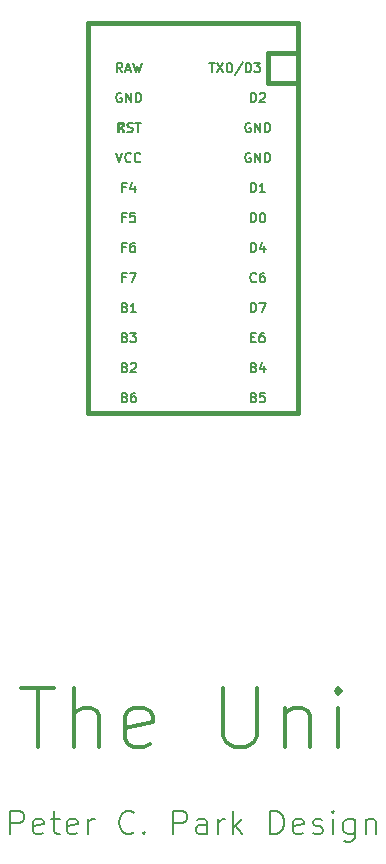
<source format=gto>
G04 #@! TF.GenerationSoftware,KiCad,Pcbnew,(5.1.9)-1*
G04 #@! TF.CreationDate,2021-01-23T16:01:33-08:00*
G04 #@! TF.ProjectId,unisplit_orthosteno,756e6973-706c-4697-945f-6f7274686f73,rev?*
G04 #@! TF.SameCoordinates,Original*
G04 #@! TF.FileFunction,Legend,Top*
G04 #@! TF.FilePolarity,Positive*
%FSLAX46Y46*%
G04 Gerber Fmt 4.6, Leading zero omitted, Abs format (unit mm)*
G04 Created by KiCad (PCBNEW (5.1.9)-1) date 2021-01-23 16:01:33*
%MOMM*%
%LPD*%
G01*
G04 APERTURE LIST*
%ADD10C,0.300000*%
%ADD11C,0.200000*%
%ADD12C,0.381000*%
%ADD13C,0.150000*%
%ADD14C,1.200000*%
%ADD15C,1.700000*%
%ADD16C,2.000000*%
%ADD17C,1.750000*%
%ADD18C,2.250000*%
%ADD19C,3.987800*%
%ADD20C,1.752600*%
%ADD21R,1.752600X1.752600*%
G04 APERTURE END LIST*
D10*
X127477976Y-116324404D02*
X130335119Y-116324404D01*
X128906547Y-121324404D02*
X128906547Y-116324404D01*
X132001785Y-121324404D02*
X132001785Y-116324404D01*
X134144642Y-121324404D02*
X134144642Y-118705357D01*
X133906547Y-118229166D01*
X133430357Y-117991071D01*
X132716071Y-117991071D01*
X132239880Y-118229166D01*
X132001785Y-118467261D01*
X138430357Y-121086309D02*
X137954166Y-121324404D01*
X137001785Y-121324404D01*
X136525595Y-121086309D01*
X136287500Y-120610119D01*
X136287500Y-118705357D01*
X136525595Y-118229166D01*
X137001785Y-117991071D01*
X137954166Y-117991071D01*
X138430357Y-118229166D01*
X138668452Y-118705357D01*
X138668452Y-119181547D01*
X136287500Y-119657738D01*
X144620833Y-116324404D02*
X144620833Y-120372023D01*
X144858928Y-120848214D01*
X145097023Y-121086309D01*
X145573214Y-121324404D01*
X146525595Y-121324404D01*
X147001785Y-121086309D01*
X147239880Y-120848214D01*
X147477976Y-120372023D01*
X147477976Y-116324404D01*
X149858928Y-117991071D02*
X149858928Y-121324404D01*
X149858928Y-118467261D02*
X150097023Y-118229166D01*
X150573214Y-117991071D01*
X151287500Y-117991071D01*
X151763690Y-118229166D01*
X152001785Y-118705357D01*
X152001785Y-121324404D01*
X154382738Y-121324404D02*
X154382738Y-117991071D01*
X154382738Y-116324404D02*
X154144642Y-116562500D01*
X154382738Y-116800595D01*
X154620833Y-116562500D01*
X154382738Y-116324404D01*
X154382738Y-116800595D01*
D11*
X126605059Y-128698511D02*
X126605059Y-126698511D01*
X127366964Y-126698511D01*
X127557440Y-126793750D01*
X127652678Y-126888988D01*
X127747916Y-127079464D01*
X127747916Y-127365178D01*
X127652678Y-127555654D01*
X127557440Y-127650892D01*
X127366964Y-127746130D01*
X126605059Y-127746130D01*
X129366964Y-128603273D02*
X129176488Y-128698511D01*
X128795535Y-128698511D01*
X128605059Y-128603273D01*
X128509821Y-128412797D01*
X128509821Y-127650892D01*
X128605059Y-127460416D01*
X128795535Y-127365178D01*
X129176488Y-127365178D01*
X129366964Y-127460416D01*
X129462202Y-127650892D01*
X129462202Y-127841369D01*
X128509821Y-128031845D01*
X130033630Y-127365178D02*
X130795535Y-127365178D01*
X130319345Y-126698511D02*
X130319345Y-128412797D01*
X130414583Y-128603273D01*
X130605059Y-128698511D01*
X130795535Y-128698511D01*
X132224107Y-128603273D02*
X132033630Y-128698511D01*
X131652678Y-128698511D01*
X131462202Y-128603273D01*
X131366964Y-128412797D01*
X131366964Y-127650892D01*
X131462202Y-127460416D01*
X131652678Y-127365178D01*
X132033630Y-127365178D01*
X132224107Y-127460416D01*
X132319345Y-127650892D01*
X132319345Y-127841369D01*
X131366964Y-128031845D01*
X133176488Y-128698511D02*
X133176488Y-127365178D01*
X133176488Y-127746130D02*
X133271726Y-127555654D01*
X133366964Y-127460416D01*
X133557440Y-127365178D01*
X133747916Y-127365178D01*
X137081250Y-128508035D02*
X136986011Y-128603273D01*
X136700297Y-128698511D01*
X136509821Y-128698511D01*
X136224107Y-128603273D01*
X136033630Y-128412797D01*
X135938392Y-128222321D01*
X135843154Y-127841369D01*
X135843154Y-127555654D01*
X135938392Y-127174702D01*
X136033630Y-126984226D01*
X136224107Y-126793750D01*
X136509821Y-126698511D01*
X136700297Y-126698511D01*
X136986011Y-126793750D01*
X137081250Y-126888988D01*
X137938392Y-128508035D02*
X138033630Y-128603273D01*
X137938392Y-128698511D01*
X137843154Y-128603273D01*
X137938392Y-128508035D01*
X137938392Y-128698511D01*
X140414583Y-128698511D02*
X140414583Y-126698511D01*
X141176488Y-126698511D01*
X141366964Y-126793750D01*
X141462202Y-126888988D01*
X141557440Y-127079464D01*
X141557440Y-127365178D01*
X141462202Y-127555654D01*
X141366964Y-127650892D01*
X141176488Y-127746130D01*
X140414583Y-127746130D01*
X143271726Y-128698511D02*
X143271726Y-127650892D01*
X143176488Y-127460416D01*
X142986011Y-127365178D01*
X142605059Y-127365178D01*
X142414583Y-127460416D01*
X143271726Y-128603273D02*
X143081250Y-128698511D01*
X142605059Y-128698511D01*
X142414583Y-128603273D01*
X142319345Y-128412797D01*
X142319345Y-128222321D01*
X142414583Y-128031845D01*
X142605059Y-127936607D01*
X143081250Y-127936607D01*
X143271726Y-127841369D01*
X144224107Y-128698511D02*
X144224107Y-127365178D01*
X144224107Y-127746130D02*
X144319345Y-127555654D01*
X144414583Y-127460416D01*
X144605059Y-127365178D01*
X144795535Y-127365178D01*
X145462202Y-128698511D02*
X145462202Y-126698511D01*
X145652678Y-127936607D02*
X146224107Y-128698511D01*
X146224107Y-127365178D02*
X145462202Y-128127083D01*
X148605059Y-128698511D02*
X148605059Y-126698511D01*
X149081250Y-126698511D01*
X149366964Y-126793750D01*
X149557440Y-126984226D01*
X149652678Y-127174702D01*
X149747916Y-127555654D01*
X149747916Y-127841369D01*
X149652678Y-128222321D01*
X149557440Y-128412797D01*
X149366964Y-128603273D01*
X149081250Y-128698511D01*
X148605059Y-128698511D01*
X151366964Y-128603273D02*
X151176488Y-128698511D01*
X150795535Y-128698511D01*
X150605059Y-128603273D01*
X150509821Y-128412797D01*
X150509821Y-127650892D01*
X150605059Y-127460416D01*
X150795535Y-127365178D01*
X151176488Y-127365178D01*
X151366964Y-127460416D01*
X151462202Y-127650892D01*
X151462202Y-127841369D01*
X150509821Y-128031845D01*
X152224107Y-128603273D02*
X152414583Y-128698511D01*
X152795535Y-128698511D01*
X152986011Y-128603273D01*
X153081250Y-128412797D01*
X153081250Y-128317559D01*
X152986011Y-128127083D01*
X152795535Y-128031845D01*
X152509821Y-128031845D01*
X152319345Y-127936607D01*
X152224107Y-127746130D01*
X152224107Y-127650892D01*
X152319345Y-127460416D01*
X152509821Y-127365178D01*
X152795535Y-127365178D01*
X152986011Y-127460416D01*
X153938392Y-128698511D02*
X153938392Y-127365178D01*
X153938392Y-126698511D02*
X153843154Y-126793750D01*
X153938392Y-126888988D01*
X154033630Y-126793750D01*
X153938392Y-126698511D01*
X153938392Y-126888988D01*
X155747916Y-127365178D02*
X155747916Y-128984226D01*
X155652678Y-129174702D01*
X155557440Y-129269940D01*
X155366964Y-129365178D01*
X155081250Y-129365178D01*
X154890773Y-129269940D01*
X155747916Y-128603273D02*
X155557440Y-128698511D01*
X155176488Y-128698511D01*
X154986011Y-128603273D01*
X154890773Y-128508035D01*
X154795535Y-128317559D01*
X154795535Y-127746130D01*
X154890773Y-127555654D01*
X154986011Y-127460416D01*
X155176488Y-127365178D01*
X155557440Y-127365178D01*
X155747916Y-127460416D01*
X156700297Y-127365178D02*
X156700297Y-128698511D01*
X156700297Y-127555654D02*
X156795535Y-127460416D01*
X156986011Y-127365178D01*
X157271726Y-127365178D01*
X157462202Y-127460416D01*
X157557440Y-127650892D01*
X157557440Y-128698511D01*
D12*
X148431250Y-65087500D02*
X150971250Y-65087500D01*
X148431250Y-62547500D02*
X148431250Y-65087500D01*
D13*
G36*
X136036615Y-68836530D02*
G01*
X136036615Y-68936530D01*
X135936615Y-68936530D01*
X135936615Y-68836530D01*
X136036615Y-68836530D01*
G37*
X136036615Y-68836530D02*
X136036615Y-68936530D01*
X135936615Y-68936530D01*
X135936615Y-68836530D01*
X136036615Y-68836530D01*
G36*
X135836615Y-68436530D02*
G01*
X135836615Y-69236530D01*
X135736615Y-69236530D01*
X135736615Y-68436530D01*
X135836615Y-68436530D01*
G37*
X135836615Y-68436530D02*
X135836615Y-69236530D01*
X135736615Y-69236530D01*
X135736615Y-68436530D01*
X135836615Y-68436530D01*
G36*
X136236615Y-69036530D02*
G01*
X136236615Y-69236530D01*
X136136615Y-69236530D01*
X136136615Y-69036530D01*
X136236615Y-69036530D01*
G37*
X136236615Y-69036530D02*
X136236615Y-69236530D01*
X136136615Y-69236530D01*
X136136615Y-69036530D01*
X136236615Y-69036530D01*
G36*
X136236615Y-68436530D02*
G01*
X136236615Y-68736530D01*
X136136615Y-68736530D01*
X136136615Y-68436530D01*
X136236615Y-68436530D01*
G37*
X136236615Y-68436530D02*
X136236615Y-68736530D01*
X136136615Y-68736530D01*
X136136615Y-68436530D01*
X136236615Y-68436530D01*
G36*
X136236615Y-68436530D02*
G01*
X136236615Y-68536530D01*
X135736615Y-68536530D01*
X135736615Y-68436530D01*
X136236615Y-68436530D01*
G37*
X136236615Y-68436530D02*
X136236615Y-68536530D01*
X135736615Y-68536530D01*
X135736615Y-68436530D01*
X136236615Y-68436530D01*
D12*
X133191250Y-93027500D02*
X133191250Y-60007500D01*
X150971250Y-93027500D02*
X133191250Y-93027500D01*
X150971250Y-60007500D02*
X150971250Y-93027500D01*
X133191250Y-60007500D02*
X150971250Y-60007500D01*
X148431250Y-62547500D02*
X150971250Y-62547500D01*
D13*
X136507916Y-69201309D02*
X136622202Y-69239404D01*
X136812678Y-69239404D01*
X136888869Y-69201309D01*
X136926964Y-69163214D01*
X136965059Y-69087023D01*
X136965059Y-69010833D01*
X136926964Y-68934642D01*
X136888869Y-68896547D01*
X136812678Y-68858452D01*
X136660297Y-68820357D01*
X136584107Y-68782261D01*
X136546011Y-68744166D01*
X136507916Y-68667976D01*
X136507916Y-68591785D01*
X136546011Y-68515595D01*
X136584107Y-68477500D01*
X136660297Y-68439404D01*
X136850773Y-68439404D01*
X136965059Y-68477500D01*
X137193630Y-68439404D02*
X137650773Y-68439404D01*
X137422202Y-69239404D02*
X137422202Y-68439404D01*
X143462645Y-63379404D02*
X143919788Y-63379404D01*
X143691217Y-64179404D02*
X143691217Y-63379404D01*
X144110264Y-63379404D02*
X144643598Y-64179404D01*
X144643598Y-63379404D02*
X144110264Y-64179404D01*
X145100741Y-63379404D02*
X145176931Y-63379404D01*
X145253122Y-63417500D01*
X145291217Y-63455595D01*
X145329312Y-63531785D01*
X145367407Y-63684166D01*
X145367407Y-63874642D01*
X145329312Y-64027023D01*
X145291217Y-64103214D01*
X145253122Y-64141309D01*
X145176931Y-64179404D01*
X145100741Y-64179404D01*
X145024550Y-64141309D01*
X144986455Y-64103214D01*
X144948360Y-64027023D01*
X144910264Y-63874642D01*
X144910264Y-63684166D01*
X144948360Y-63531785D01*
X144986455Y-63455595D01*
X145024550Y-63417500D01*
X145100741Y-63379404D01*
X146281693Y-63341309D02*
X145595979Y-64369880D01*
X146548360Y-64179404D02*
X146548360Y-63379404D01*
X146738836Y-63379404D01*
X146853122Y-63417500D01*
X146929312Y-63493690D01*
X146967407Y-63569880D01*
X147005502Y-63722261D01*
X147005502Y-63836547D01*
X146967407Y-63988928D01*
X146929312Y-64065119D01*
X146853122Y-64141309D01*
X146738836Y-64179404D01*
X146548360Y-64179404D01*
X147272169Y-63379404D02*
X147767407Y-63379404D01*
X147500741Y-63684166D01*
X147615026Y-63684166D01*
X147691217Y-63722261D01*
X147729312Y-63760357D01*
X147767407Y-63836547D01*
X147767407Y-64027023D01*
X147729312Y-64103214D01*
X147691217Y-64141309D01*
X147615026Y-64179404D01*
X147386455Y-64179404D01*
X147310264Y-64141309D01*
X147272169Y-64103214D01*
X136296440Y-89160357D02*
X136410726Y-89198452D01*
X136448821Y-89236547D01*
X136486916Y-89312738D01*
X136486916Y-89427023D01*
X136448821Y-89503214D01*
X136410726Y-89541309D01*
X136334535Y-89579404D01*
X136029773Y-89579404D01*
X136029773Y-88779404D01*
X136296440Y-88779404D01*
X136372630Y-88817500D01*
X136410726Y-88855595D01*
X136448821Y-88931785D01*
X136448821Y-89007976D01*
X136410726Y-89084166D01*
X136372630Y-89122261D01*
X136296440Y-89160357D01*
X136029773Y-89160357D01*
X136791678Y-88855595D02*
X136829773Y-88817500D01*
X136905964Y-88779404D01*
X137096440Y-88779404D01*
X137172630Y-88817500D01*
X137210726Y-88855595D01*
X137248821Y-88931785D01*
X137248821Y-89007976D01*
X137210726Y-89122261D01*
X136753583Y-89579404D01*
X137248821Y-89579404D01*
X136353583Y-81540357D02*
X136086916Y-81540357D01*
X136086916Y-81959404D02*
X136086916Y-81159404D01*
X136467869Y-81159404D01*
X136696440Y-81159404D02*
X137229773Y-81159404D01*
X136886916Y-81959404D01*
X136353583Y-79000357D02*
X136086916Y-79000357D01*
X136086916Y-79419404D02*
X136086916Y-78619404D01*
X136467869Y-78619404D01*
X137115488Y-78619404D02*
X136963107Y-78619404D01*
X136886916Y-78657500D01*
X136848821Y-78695595D01*
X136772630Y-78809880D01*
X136734535Y-78962261D01*
X136734535Y-79267023D01*
X136772630Y-79343214D01*
X136810726Y-79381309D01*
X136886916Y-79419404D01*
X137039297Y-79419404D01*
X137115488Y-79381309D01*
X137153583Y-79343214D01*
X137191678Y-79267023D01*
X137191678Y-79076547D01*
X137153583Y-79000357D01*
X137115488Y-78962261D01*
X137039297Y-78924166D01*
X136886916Y-78924166D01*
X136810726Y-78962261D01*
X136772630Y-79000357D01*
X136734535Y-79076547D01*
X136353583Y-76460357D02*
X136086916Y-76460357D01*
X136086916Y-76879404D02*
X136086916Y-76079404D01*
X136467869Y-76079404D01*
X137153583Y-76079404D02*
X136772630Y-76079404D01*
X136734535Y-76460357D01*
X136772630Y-76422261D01*
X136848821Y-76384166D01*
X137039297Y-76384166D01*
X137115488Y-76422261D01*
X137153583Y-76460357D01*
X137191678Y-76536547D01*
X137191678Y-76727023D01*
X137153583Y-76803214D01*
X137115488Y-76841309D01*
X137039297Y-76879404D01*
X136848821Y-76879404D01*
X136772630Y-76841309D01*
X136734535Y-76803214D01*
X136067869Y-64179404D02*
X135801202Y-63798452D01*
X135610726Y-64179404D02*
X135610726Y-63379404D01*
X135915488Y-63379404D01*
X135991678Y-63417500D01*
X136029773Y-63455595D01*
X136067869Y-63531785D01*
X136067869Y-63646071D01*
X136029773Y-63722261D01*
X135991678Y-63760357D01*
X135915488Y-63798452D01*
X135610726Y-63798452D01*
X136372630Y-63950833D02*
X136753583Y-63950833D01*
X136296440Y-64179404D02*
X136563107Y-63379404D01*
X136829773Y-64179404D01*
X137020250Y-63379404D02*
X137210726Y-64179404D01*
X137363107Y-63607976D01*
X137515488Y-64179404D01*
X137705964Y-63379404D01*
X136010726Y-65957500D02*
X135934535Y-65919404D01*
X135820250Y-65919404D01*
X135705964Y-65957500D01*
X135629773Y-66033690D01*
X135591678Y-66109880D01*
X135553583Y-66262261D01*
X135553583Y-66376547D01*
X135591678Y-66528928D01*
X135629773Y-66605119D01*
X135705964Y-66681309D01*
X135820250Y-66719404D01*
X135896440Y-66719404D01*
X136010726Y-66681309D01*
X136048821Y-66643214D01*
X136048821Y-66376547D01*
X135896440Y-66376547D01*
X136391678Y-66719404D02*
X136391678Y-65919404D01*
X136848821Y-66719404D01*
X136848821Y-65919404D01*
X137229773Y-66719404D02*
X137229773Y-65919404D01*
X137420250Y-65919404D01*
X137534535Y-65957500D01*
X137610726Y-66033690D01*
X137648821Y-66109880D01*
X137686916Y-66262261D01*
X137686916Y-66376547D01*
X137648821Y-66528928D01*
X137610726Y-66605119D01*
X137534535Y-66681309D01*
X137420250Y-66719404D01*
X137229773Y-66719404D01*
X135553583Y-70999404D02*
X135820250Y-71799404D01*
X136086916Y-70999404D01*
X136810726Y-71723214D02*
X136772630Y-71761309D01*
X136658345Y-71799404D01*
X136582154Y-71799404D01*
X136467869Y-71761309D01*
X136391678Y-71685119D01*
X136353583Y-71608928D01*
X136315488Y-71456547D01*
X136315488Y-71342261D01*
X136353583Y-71189880D01*
X136391678Y-71113690D01*
X136467869Y-71037500D01*
X136582154Y-70999404D01*
X136658345Y-70999404D01*
X136772630Y-71037500D01*
X136810726Y-71075595D01*
X137610726Y-71723214D02*
X137572630Y-71761309D01*
X137458345Y-71799404D01*
X137382154Y-71799404D01*
X137267869Y-71761309D01*
X137191678Y-71685119D01*
X137153583Y-71608928D01*
X137115488Y-71456547D01*
X137115488Y-71342261D01*
X137153583Y-71189880D01*
X137191678Y-71113690D01*
X137267869Y-71037500D01*
X137382154Y-70999404D01*
X137458345Y-70999404D01*
X137572630Y-71037500D01*
X137610726Y-71075595D01*
X136353583Y-73920357D02*
X136086916Y-73920357D01*
X136086916Y-74339404D02*
X136086916Y-73539404D01*
X136467869Y-73539404D01*
X137115488Y-73806071D02*
X137115488Y-74339404D01*
X136925011Y-73501309D02*
X136734535Y-74072738D01*
X137229773Y-74072738D01*
X136296440Y-84080357D02*
X136410726Y-84118452D01*
X136448821Y-84156547D01*
X136486916Y-84232738D01*
X136486916Y-84347023D01*
X136448821Y-84423214D01*
X136410726Y-84461309D01*
X136334535Y-84499404D01*
X136029773Y-84499404D01*
X136029773Y-83699404D01*
X136296440Y-83699404D01*
X136372630Y-83737500D01*
X136410726Y-83775595D01*
X136448821Y-83851785D01*
X136448821Y-83927976D01*
X136410726Y-84004166D01*
X136372630Y-84042261D01*
X136296440Y-84080357D01*
X136029773Y-84080357D01*
X137248821Y-84499404D02*
X136791678Y-84499404D01*
X137020250Y-84499404D02*
X137020250Y-83699404D01*
X136944059Y-83813690D01*
X136867869Y-83889880D01*
X136791678Y-83927976D01*
X136296440Y-86620357D02*
X136410726Y-86658452D01*
X136448821Y-86696547D01*
X136486916Y-86772738D01*
X136486916Y-86887023D01*
X136448821Y-86963214D01*
X136410726Y-87001309D01*
X136334535Y-87039404D01*
X136029773Y-87039404D01*
X136029773Y-86239404D01*
X136296440Y-86239404D01*
X136372630Y-86277500D01*
X136410726Y-86315595D01*
X136448821Y-86391785D01*
X136448821Y-86467976D01*
X136410726Y-86544166D01*
X136372630Y-86582261D01*
X136296440Y-86620357D01*
X136029773Y-86620357D01*
X136753583Y-86239404D02*
X137248821Y-86239404D01*
X136982154Y-86544166D01*
X137096440Y-86544166D01*
X137172630Y-86582261D01*
X137210726Y-86620357D01*
X137248821Y-86696547D01*
X137248821Y-86887023D01*
X137210726Y-86963214D01*
X137172630Y-87001309D01*
X137096440Y-87039404D01*
X136867869Y-87039404D01*
X136791678Y-87001309D01*
X136753583Y-86963214D01*
X136296440Y-91700357D02*
X136410726Y-91738452D01*
X136448821Y-91776547D01*
X136486916Y-91852738D01*
X136486916Y-91967023D01*
X136448821Y-92043214D01*
X136410726Y-92081309D01*
X136334535Y-92119404D01*
X136029773Y-92119404D01*
X136029773Y-91319404D01*
X136296440Y-91319404D01*
X136372630Y-91357500D01*
X136410726Y-91395595D01*
X136448821Y-91471785D01*
X136448821Y-91547976D01*
X136410726Y-91624166D01*
X136372630Y-91662261D01*
X136296440Y-91700357D01*
X136029773Y-91700357D01*
X137172630Y-91319404D02*
X137020250Y-91319404D01*
X136944059Y-91357500D01*
X136905964Y-91395595D01*
X136829773Y-91509880D01*
X136791678Y-91662261D01*
X136791678Y-91967023D01*
X136829773Y-92043214D01*
X136867869Y-92081309D01*
X136944059Y-92119404D01*
X137096440Y-92119404D01*
X137172630Y-92081309D01*
X137210726Y-92043214D01*
X137248821Y-91967023D01*
X137248821Y-91776547D01*
X137210726Y-91700357D01*
X137172630Y-91662261D01*
X137096440Y-91624166D01*
X136944059Y-91624166D01*
X136867869Y-91662261D01*
X136829773Y-91700357D01*
X136791678Y-91776547D01*
X147218440Y-91700357D02*
X147332726Y-91738452D01*
X147370821Y-91776547D01*
X147408916Y-91852738D01*
X147408916Y-91967023D01*
X147370821Y-92043214D01*
X147332726Y-92081309D01*
X147256535Y-92119404D01*
X146951773Y-92119404D01*
X146951773Y-91319404D01*
X147218440Y-91319404D01*
X147294630Y-91357500D01*
X147332726Y-91395595D01*
X147370821Y-91471785D01*
X147370821Y-91547976D01*
X147332726Y-91624166D01*
X147294630Y-91662261D01*
X147218440Y-91700357D01*
X146951773Y-91700357D01*
X148132726Y-91319404D02*
X147751773Y-91319404D01*
X147713678Y-91700357D01*
X147751773Y-91662261D01*
X147827964Y-91624166D01*
X148018440Y-91624166D01*
X148094630Y-91662261D01*
X148132726Y-91700357D01*
X148170821Y-91776547D01*
X148170821Y-91967023D01*
X148132726Y-92043214D01*
X148094630Y-92081309D01*
X148018440Y-92119404D01*
X147827964Y-92119404D01*
X147751773Y-92081309D01*
X147713678Y-92043214D01*
X147218440Y-89160357D02*
X147332726Y-89198452D01*
X147370821Y-89236547D01*
X147408916Y-89312738D01*
X147408916Y-89427023D01*
X147370821Y-89503214D01*
X147332726Y-89541309D01*
X147256535Y-89579404D01*
X146951773Y-89579404D01*
X146951773Y-88779404D01*
X147218440Y-88779404D01*
X147294630Y-88817500D01*
X147332726Y-88855595D01*
X147370821Y-88931785D01*
X147370821Y-89007976D01*
X147332726Y-89084166D01*
X147294630Y-89122261D01*
X147218440Y-89160357D01*
X146951773Y-89160357D01*
X148094630Y-89046071D02*
X148094630Y-89579404D01*
X147904154Y-88741309D02*
X147713678Y-89312738D01*
X148208916Y-89312738D01*
X146989869Y-86620357D02*
X147256535Y-86620357D01*
X147370821Y-87039404D02*
X146989869Y-87039404D01*
X146989869Y-86239404D01*
X147370821Y-86239404D01*
X148056535Y-86239404D02*
X147904154Y-86239404D01*
X147827964Y-86277500D01*
X147789869Y-86315595D01*
X147713678Y-86429880D01*
X147675583Y-86582261D01*
X147675583Y-86887023D01*
X147713678Y-86963214D01*
X147751773Y-87001309D01*
X147827964Y-87039404D01*
X147980345Y-87039404D01*
X148056535Y-87001309D01*
X148094630Y-86963214D01*
X148132726Y-86887023D01*
X148132726Y-86696547D01*
X148094630Y-86620357D01*
X148056535Y-86582261D01*
X147980345Y-86544166D01*
X147827964Y-86544166D01*
X147751773Y-86582261D01*
X147713678Y-86620357D01*
X147675583Y-86696547D01*
X146951773Y-84499404D02*
X146951773Y-83699404D01*
X147142250Y-83699404D01*
X147256535Y-83737500D01*
X147332726Y-83813690D01*
X147370821Y-83889880D01*
X147408916Y-84042261D01*
X147408916Y-84156547D01*
X147370821Y-84308928D01*
X147332726Y-84385119D01*
X147256535Y-84461309D01*
X147142250Y-84499404D01*
X146951773Y-84499404D01*
X147675583Y-83699404D02*
X148208916Y-83699404D01*
X147866059Y-84499404D01*
X147408916Y-81883214D02*
X147370821Y-81921309D01*
X147256535Y-81959404D01*
X147180345Y-81959404D01*
X147066059Y-81921309D01*
X146989869Y-81845119D01*
X146951773Y-81768928D01*
X146913678Y-81616547D01*
X146913678Y-81502261D01*
X146951773Y-81349880D01*
X146989869Y-81273690D01*
X147066059Y-81197500D01*
X147180345Y-81159404D01*
X147256535Y-81159404D01*
X147370821Y-81197500D01*
X147408916Y-81235595D01*
X148094630Y-81159404D02*
X147942250Y-81159404D01*
X147866059Y-81197500D01*
X147827964Y-81235595D01*
X147751773Y-81349880D01*
X147713678Y-81502261D01*
X147713678Y-81807023D01*
X147751773Y-81883214D01*
X147789869Y-81921309D01*
X147866059Y-81959404D01*
X148018440Y-81959404D01*
X148094630Y-81921309D01*
X148132726Y-81883214D01*
X148170821Y-81807023D01*
X148170821Y-81616547D01*
X148132726Y-81540357D01*
X148094630Y-81502261D01*
X148018440Y-81464166D01*
X147866059Y-81464166D01*
X147789869Y-81502261D01*
X147751773Y-81540357D01*
X147713678Y-81616547D01*
X146951773Y-79419404D02*
X146951773Y-78619404D01*
X147142250Y-78619404D01*
X147256535Y-78657500D01*
X147332726Y-78733690D01*
X147370821Y-78809880D01*
X147408916Y-78962261D01*
X147408916Y-79076547D01*
X147370821Y-79228928D01*
X147332726Y-79305119D01*
X147256535Y-79381309D01*
X147142250Y-79419404D01*
X146951773Y-79419404D01*
X148094630Y-78886071D02*
X148094630Y-79419404D01*
X147904154Y-78581309D02*
X147713678Y-79152738D01*
X148208916Y-79152738D01*
X146932726Y-68497500D02*
X146856535Y-68459404D01*
X146742250Y-68459404D01*
X146627964Y-68497500D01*
X146551773Y-68573690D01*
X146513678Y-68649880D01*
X146475583Y-68802261D01*
X146475583Y-68916547D01*
X146513678Y-69068928D01*
X146551773Y-69145119D01*
X146627964Y-69221309D01*
X146742250Y-69259404D01*
X146818440Y-69259404D01*
X146932726Y-69221309D01*
X146970821Y-69183214D01*
X146970821Y-68916547D01*
X146818440Y-68916547D01*
X147313678Y-69259404D02*
X147313678Y-68459404D01*
X147770821Y-69259404D01*
X147770821Y-68459404D01*
X148151773Y-69259404D02*
X148151773Y-68459404D01*
X148342250Y-68459404D01*
X148456535Y-68497500D01*
X148532726Y-68573690D01*
X148570821Y-68649880D01*
X148608916Y-68802261D01*
X148608916Y-68916547D01*
X148570821Y-69068928D01*
X148532726Y-69145119D01*
X148456535Y-69221309D01*
X148342250Y-69259404D01*
X148151773Y-69259404D01*
X146932726Y-71037500D02*
X146856535Y-70999404D01*
X146742250Y-70999404D01*
X146627964Y-71037500D01*
X146551773Y-71113690D01*
X146513678Y-71189880D01*
X146475583Y-71342261D01*
X146475583Y-71456547D01*
X146513678Y-71608928D01*
X146551773Y-71685119D01*
X146627964Y-71761309D01*
X146742250Y-71799404D01*
X146818440Y-71799404D01*
X146932726Y-71761309D01*
X146970821Y-71723214D01*
X146970821Y-71456547D01*
X146818440Y-71456547D01*
X147313678Y-71799404D02*
X147313678Y-70999404D01*
X147770821Y-71799404D01*
X147770821Y-70999404D01*
X148151773Y-71799404D02*
X148151773Y-70999404D01*
X148342250Y-70999404D01*
X148456535Y-71037500D01*
X148532726Y-71113690D01*
X148570821Y-71189880D01*
X148608916Y-71342261D01*
X148608916Y-71456547D01*
X148570821Y-71608928D01*
X148532726Y-71685119D01*
X148456535Y-71761309D01*
X148342250Y-71799404D01*
X148151773Y-71799404D01*
X146951773Y-74339404D02*
X146951773Y-73539404D01*
X147142250Y-73539404D01*
X147256535Y-73577500D01*
X147332726Y-73653690D01*
X147370821Y-73729880D01*
X147408916Y-73882261D01*
X147408916Y-73996547D01*
X147370821Y-74148928D01*
X147332726Y-74225119D01*
X147256535Y-74301309D01*
X147142250Y-74339404D01*
X146951773Y-74339404D01*
X148170821Y-74339404D02*
X147713678Y-74339404D01*
X147942250Y-74339404D02*
X147942250Y-73539404D01*
X147866059Y-73653690D01*
X147789869Y-73729880D01*
X147713678Y-73767976D01*
X146951773Y-76879404D02*
X146951773Y-76079404D01*
X147142250Y-76079404D01*
X147256535Y-76117500D01*
X147332726Y-76193690D01*
X147370821Y-76269880D01*
X147408916Y-76422261D01*
X147408916Y-76536547D01*
X147370821Y-76688928D01*
X147332726Y-76765119D01*
X147256535Y-76841309D01*
X147142250Y-76879404D01*
X146951773Y-76879404D01*
X147904154Y-76079404D02*
X147980345Y-76079404D01*
X148056535Y-76117500D01*
X148094630Y-76155595D01*
X148132726Y-76231785D01*
X148170821Y-76384166D01*
X148170821Y-76574642D01*
X148132726Y-76727023D01*
X148094630Y-76803214D01*
X148056535Y-76841309D01*
X147980345Y-76879404D01*
X147904154Y-76879404D01*
X147827964Y-76841309D01*
X147789869Y-76803214D01*
X147751773Y-76727023D01*
X147713678Y-76574642D01*
X147713678Y-76384166D01*
X147751773Y-76231785D01*
X147789869Y-76155595D01*
X147827964Y-76117500D01*
X147904154Y-76079404D01*
X146951773Y-66719404D02*
X146951773Y-65919404D01*
X147142250Y-65919404D01*
X147256535Y-65957500D01*
X147332726Y-66033690D01*
X147370821Y-66109880D01*
X147408916Y-66262261D01*
X147408916Y-66376547D01*
X147370821Y-66528928D01*
X147332726Y-66605119D01*
X147256535Y-66681309D01*
X147142250Y-66719404D01*
X146951773Y-66719404D01*
X147713678Y-65995595D02*
X147751773Y-65957500D01*
X147827964Y-65919404D01*
X148018440Y-65919404D01*
X148094630Y-65957500D01*
X148132726Y-65995595D01*
X148170821Y-66071785D01*
X148170821Y-66147976D01*
X148132726Y-66262261D01*
X147675583Y-66719404D01*
X148170821Y-66719404D01*
%LPC*%
D14*
X108286250Y-131200000D03*
D15*
X119006250Y-127000000D03*
X108006250Y-127000000D03*
D16*
X113506250Y-121100000D03*
X118506250Y-123200000D03*
D17*
X118586250Y-127000000D03*
X108426250Y-127000000D03*
D18*
X111006250Y-123000000D03*
D19*
X113506250Y-127000000D03*
G36*
G01*
X108944938Y-125297350D02*
X108944938Y-125297350D01*
G75*
G02*
X108858900Y-123708688I751312J837350D01*
G01*
X110168890Y-122248680D01*
G75*
G02*
X111757552Y-122162642I837350J-751312D01*
G01*
X111757552Y-122162642D01*
G75*
G02*
X111843590Y-123751304I-751312J-837350D01*
G01*
X110533600Y-125211312D01*
G75*
G02*
X108944938Y-125297350I-837350J751312D01*
G01*
G37*
D18*
X116046250Y-121920000D03*
G36*
G01*
X115929733Y-123622395D02*
X115929733Y-123622395D01*
G75*
G02*
X114883855Y-122423483I76517J1122395D01*
G01*
X114923397Y-121843451D01*
G75*
G02*
X116122309Y-120797573I1122395J-76517D01*
G01*
X116122309Y-120797573D01*
G75*
G02*
X117168187Y-121996485I-76517J-1122395D01*
G01*
X117128645Y-122576517D01*
G75*
G02*
X115929733Y-123622395I-1122395J76517D01*
G01*
G37*
D14*
X89236250Y-131200000D03*
D15*
X99956250Y-127000000D03*
X88956250Y-127000000D03*
D16*
X94456250Y-121100000D03*
X99456250Y-123200000D03*
D17*
X99536250Y-127000000D03*
X89376250Y-127000000D03*
D18*
X91956250Y-123000000D03*
D19*
X94456250Y-127000000D03*
G36*
G01*
X89894938Y-125297350D02*
X89894938Y-125297350D01*
G75*
G02*
X89808900Y-123708688I751312J837350D01*
G01*
X91118890Y-122248680D01*
G75*
G02*
X92707552Y-122162642I837350J-751312D01*
G01*
X92707552Y-122162642D01*
G75*
G02*
X92793590Y-123751304I-751312J-837350D01*
G01*
X91483600Y-125211312D01*
G75*
G02*
X89894938Y-125297350I-837350J751312D01*
G01*
G37*
D18*
X96996250Y-121920000D03*
G36*
G01*
X96879733Y-123622395D02*
X96879733Y-123622395D01*
G75*
G02*
X95833855Y-122423483I76517J1122395D01*
G01*
X95873397Y-121843451D01*
G75*
G02*
X97072309Y-120797573I1122395J-76517D01*
G01*
X97072309Y-120797573D01*
G75*
G02*
X98118187Y-121996485I-76517J-1122395D01*
G01*
X98078645Y-122576517D01*
G75*
G02*
X96879733Y-123622395I-1122395J76517D01*
G01*
G37*
D14*
X70186250Y-131200000D03*
D15*
X80906250Y-127000000D03*
X69906250Y-127000000D03*
D16*
X75406250Y-121100000D03*
X80406250Y-123200000D03*
D17*
X80486250Y-127000000D03*
X70326250Y-127000000D03*
D18*
X72906250Y-123000000D03*
D19*
X75406250Y-127000000D03*
G36*
G01*
X70844938Y-125297350D02*
X70844938Y-125297350D01*
G75*
G02*
X70758900Y-123708688I751312J837350D01*
G01*
X72068890Y-122248680D01*
G75*
G02*
X73657552Y-122162642I837350J-751312D01*
G01*
X73657552Y-122162642D01*
G75*
G02*
X73743590Y-123751304I-751312J-837350D01*
G01*
X72433600Y-125211312D01*
G75*
G02*
X70844938Y-125297350I-837350J751312D01*
G01*
G37*
D18*
X77946250Y-121920000D03*
G36*
G01*
X77829733Y-123622395D02*
X77829733Y-123622395D01*
G75*
G02*
X76783855Y-122423483I76517J1122395D01*
G01*
X76823397Y-121843451D01*
G75*
G02*
X78022309Y-120797573I1122395J-76517D01*
G01*
X78022309Y-120797573D01*
G75*
G02*
X79068187Y-121996485I-76517J-1122395D01*
G01*
X79028645Y-122576517D01*
G75*
G02*
X77829733Y-123622395I-1122395J76517D01*
G01*
G37*
D14*
X203536250Y-131200000D03*
D15*
X214256250Y-127000000D03*
X203256250Y-127000000D03*
D16*
X208756250Y-121100000D03*
X213756250Y-123200000D03*
D17*
X213836250Y-127000000D03*
X203676250Y-127000000D03*
D18*
X206256250Y-123000000D03*
D19*
X208756250Y-127000000D03*
G36*
G01*
X204194938Y-125297350D02*
X204194938Y-125297350D01*
G75*
G02*
X204108900Y-123708688I751312J837350D01*
G01*
X205418890Y-122248680D01*
G75*
G02*
X207007552Y-122162642I837350J-751312D01*
G01*
X207007552Y-122162642D01*
G75*
G02*
X207093590Y-123751304I-751312J-837350D01*
G01*
X205783600Y-125211312D01*
G75*
G02*
X204194938Y-125297350I-837350J751312D01*
G01*
G37*
D18*
X211296250Y-121920000D03*
G36*
G01*
X211179733Y-123622395D02*
X211179733Y-123622395D01*
G75*
G02*
X210133855Y-122423483I76517J1122395D01*
G01*
X210173397Y-121843451D01*
G75*
G02*
X211372309Y-120797573I1122395J-76517D01*
G01*
X211372309Y-120797573D01*
G75*
G02*
X212418187Y-121996485I-76517J-1122395D01*
G01*
X212378645Y-122576517D01*
G75*
G02*
X211179733Y-123622395I-1122395J76517D01*
G01*
G37*
D14*
X89236250Y-93100000D03*
D15*
X99956250Y-88900000D03*
X88956250Y-88900000D03*
D16*
X94456250Y-83000000D03*
X99456250Y-85100000D03*
D17*
X99536250Y-88900000D03*
X89376250Y-88900000D03*
D18*
X91956250Y-84900000D03*
D19*
X94456250Y-88900000D03*
G36*
G01*
X89894938Y-87197350D02*
X89894938Y-87197350D01*
G75*
G02*
X89808900Y-85608688I751312J837350D01*
G01*
X91118890Y-84148680D01*
G75*
G02*
X92707552Y-84062642I837350J-751312D01*
G01*
X92707552Y-84062642D01*
G75*
G02*
X92793590Y-85651304I-751312J-837350D01*
G01*
X91483600Y-87111312D01*
G75*
G02*
X89894938Y-87197350I-837350J751312D01*
G01*
G37*
D18*
X96996250Y-83820000D03*
G36*
G01*
X96879733Y-85522395D02*
X96879733Y-85522395D01*
G75*
G02*
X95833855Y-84323483I76517J1122395D01*
G01*
X95873397Y-83743451D01*
G75*
G02*
X97072309Y-82697573I1122395J-76517D01*
G01*
X97072309Y-82697573D01*
G75*
G02*
X98118187Y-83896485I-76517J-1122395D01*
G01*
X98078645Y-84476517D01*
G75*
G02*
X96879733Y-85522395I-1122395J76517D01*
G01*
G37*
D14*
X70186250Y-74050000D03*
D15*
X80906250Y-69850000D03*
X69906250Y-69850000D03*
D16*
X75406250Y-63950000D03*
X80406250Y-66050000D03*
D17*
X80486250Y-69850000D03*
X70326250Y-69850000D03*
D18*
X72906250Y-65850000D03*
D19*
X75406250Y-69850000D03*
G36*
G01*
X70844938Y-68147350D02*
X70844938Y-68147350D01*
G75*
G02*
X70758900Y-66558688I751312J837350D01*
G01*
X72068890Y-65098680D01*
G75*
G02*
X73657552Y-65012642I837350J-751312D01*
G01*
X73657552Y-65012642D01*
G75*
G02*
X73743590Y-66601304I-751312J-837350D01*
G01*
X72433600Y-68061312D01*
G75*
G02*
X70844938Y-68147350I-837350J751312D01*
G01*
G37*
D18*
X77946250Y-64770000D03*
G36*
G01*
X77829733Y-66472395D02*
X77829733Y-66472395D01*
G75*
G02*
X76783855Y-65273483I76517J1122395D01*
G01*
X76823397Y-64693451D01*
G75*
G02*
X78022309Y-63647573I1122395J-76517D01*
G01*
X78022309Y-63647573D01*
G75*
G02*
X79068187Y-64846485I-76517J-1122395D01*
G01*
X79028645Y-65426517D01*
G75*
G02*
X77829733Y-66472395I-1122395J76517D01*
G01*
G37*
D14*
X51136250Y-93100000D03*
D15*
X61856250Y-88900000D03*
X50856250Y-88900000D03*
D16*
X56356250Y-83000000D03*
X61356250Y-85100000D03*
D17*
X61436250Y-88900000D03*
X51276250Y-88900000D03*
D18*
X53856250Y-84900000D03*
D19*
X56356250Y-88900000D03*
G36*
G01*
X51794938Y-87197350D02*
X51794938Y-87197350D01*
G75*
G02*
X51708900Y-85608688I751312J837350D01*
G01*
X53018890Y-84148680D01*
G75*
G02*
X54607552Y-84062642I837350J-751312D01*
G01*
X54607552Y-84062642D01*
G75*
G02*
X54693590Y-85651304I-751312J-837350D01*
G01*
X53383600Y-87111312D01*
G75*
G02*
X51794938Y-87197350I-837350J751312D01*
G01*
G37*
D18*
X58896250Y-83820000D03*
G36*
G01*
X58779733Y-85522395D02*
X58779733Y-85522395D01*
G75*
G02*
X57733855Y-84323483I76517J1122395D01*
G01*
X57773397Y-83743451D01*
G75*
G02*
X58972309Y-82697573I1122395J-76517D01*
G01*
X58972309Y-82697573D01*
G75*
G02*
X60018187Y-83896485I-76517J-1122395D01*
G01*
X59978645Y-84476517D01*
G75*
G02*
X58779733Y-85522395I-1122395J76517D01*
G01*
G37*
D14*
X32086250Y-93100000D03*
D15*
X42806250Y-88900000D03*
X31806250Y-88900000D03*
D16*
X37306250Y-83000000D03*
X42306250Y-85100000D03*
D17*
X42386250Y-88900000D03*
X32226250Y-88900000D03*
D18*
X34806250Y-84900000D03*
D19*
X37306250Y-88900000D03*
G36*
G01*
X32744938Y-87197350D02*
X32744938Y-87197350D01*
G75*
G02*
X32658900Y-85608688I751312J837350D01*
G01*
X33968890Y-84148680D01*
G75*
G02*
X35557552Y-84062642I837350J-751312D01*
G01*
X35557552Y-84062642D01*
G75*
G02*
X35643590Y-85651304I-751312J-837350D01*
G01*
X34333600Y-87111312D01*
G75*
G02*
X32744938Y-87197350I-837350J751312D01*
G01*
G37*
D18*
X39846250Y-83820000D03*
G36*
G01*
X39729733Y-85522395D02*
X39729733Y-85522395D01*
G75*
G02*
X38683855Y-84323483I76517J1122395D01*
G01*
X38723397Y-83743451D01*
G75*
G02*
X39922309Y-82697573I1122395J-76517D01*
G01*
X39922309Y-82697573D01*
G75*
G02*
X40968187Y-83896485I-76517J-1122395D01*
G01*
X40928645Y-84476517D01*
G75*
G02*
X39729733Y-85522395I-1122395J76517D01*
G01*
G37*
D14*
X32086250Y-74050000D03*
D15*
X42806250Y-69850000D03*
X31806250Y-69850000D03*
D16*
X37306250Y-63950000D03*
X42306250Y-66050000D03*
D17*
X42386250Y-69850000D03*
X32226250Y-69850000D03*
D18*
X34806250Y-65850000D03*
D19*
X37306250Y-69850000D03*
G36*
G01*
X32744938Y-68147350D02*
X32744938Y-68147350D01*
G75*
G02*
X32658900Y-66558688I751312J837350D01*
G01*
X33968890Y-65098680D01*
G75*
G02*
X35557552Y-65012642I837350J-751312D01*
G01*
X35557552Y-65012642D01*
G75*
G02*
X35643590Y-66601304I-751312J-837350D01*
G01*
X34333600Y-68061312D01*
G75*
G02*
X32744938Y-68147350I-837350J751312D01*
G01*
G37*
D18*
X39846250Y-64770000D03*
G36*
G01*
X39729733Y-66472395D02*
X39729733Y-66472395D01*
G75*
G02*
X38683855Y-65273483I76517J1122395D01*
G01*
X38723397Y-64693451D01*
G75*
G02*
X39922309Y-63647573I1122395J-76517D01*
G01*
X39922309Y-63647573D01*
G75*
G02*
X40968187Y-64846485I-76517J-1122395D01*
G01*
X40928645Y-65426517D01*
G75*
G02*
X39729733Y-66472395I-1122395J76517D01*
G01*
G37*
D14*
X108286250Y-93100000D03*
D15*
X119006250Y-88900000D03*
X108006250Y-88900000D03*
D16*
X113506250Y-83000000D03*
X118506250Y-85100000D03*
D17*
X118586250Y-88900000D03*
X108426250Y-88900000D03*
D18*
X111006250Y-84900000D03*
D19*
X113506250Y-88900000D03*
G36*
G01*
X108944938Y-87197350D02*
X108944938Y-87197350D01*
G75*
G02*
X108858900Y-85608688I751312J837350D01*
G01*
X110168890Y-84148680D01*
G75*
G02*
X111757552Y-84062642I837350J-751312D01*
G01*
X111757552Y-84062642D01*
G75*
G02*
X111843590Y-85651304I-751312J-837350D01*
G01*
X110533600Y-87111312D01*
G75*
G02*
X108944938Y-87197350I-837350J751312D01*
G01*
G37*
D18*
X116046250Y-83820000D03*
G36*
G01*
X115929733Y-85522395D02*
X115929733Y-85522395D01*
G75*
G02*
X114883855Y-84323483I76517J1122395D01*
G01*
X114923397Y-83743451D01*
G75*
G02*
X116122309Y-82697573I1122395J-76517D01*
G01*
X116122309Y-82697573D01*
G75*
G02*
X117168187Y-83896485I-76517J-1122395D01*
G01*
X117128645Y-84476517D01*
G75*
G02*
X115929733Y-85522395I-1122395J76517D01*
G01*
G37*
D14*
X108286250Y-74050000D03*
D15*
X119006250Y-69850000D03*
X108006250Y-69850000D03*
D16*
X113506250Y-63950000D03*
X118506250Y-66050000D03*
D17*
X118586250Y-69850000D03*
X108426250Y-69850000D03*
D18*
X111006250Y-65850000D03*
D19*
X113506250Y-69850000D03*
G36*
G01*
X108944938Y-68147350D02*
X108944938Y-68147350D01*
G75*
G02*
X108858900Y-66558688I751312J837350D01*
G01*
X110168890Y-65098680D01*
G75*
G02*
X111757552Y-65012642I837350J-751312D01*
G01*
X111757552Y-65012642D01*
G75*
G02*
X111843590Y-66601304I-751312J-837350D01*
G01*
X110533600Y-68061312D01*
G75*
G02*
X108944938Y-68147350I-837350J751312D01*
G01*
G37*
D18*
X116046250Y-64770000D03*
G36*
G01*
X115929733Y-66472395D02*
X115929733Y-66472395D01*
G75*
G02*
X114883855Y-65273483I76517J1122395D01*
G01*
X114923397Y-64693451D01*
G75*
G02*
X116122309Y-63647573I1122395J-76517D01*
G01*
X116122309Y-63647573D01*
G75*
G02*
X117168187Y-64846485I-76517J-1122395D01*
G01*
X117128645Y-65426517D01*
G75*
G02*
X115929733Y-66472395I-1122395J76517D01*
G01*
G37*
D20*
X134461250Y-63817500D03*
X149701250Y-91757500D03*
X134461250Y-66357500D03*
X134461250Y-68897500D03*
X134461250Y-71437500D03*
X134461250Y-73977500D03*
X134461250Y-76517500D03*
X134461250Y-79057500D03*
X134461250Y-81597500D03*
X134461250Y-84137500D03*
X134461250Y-86677500D03*
X134461250Y-89217500D03*
X134461250Y-91757500D03*
X149701250Y-89217500D03*
X149701250Y-86677500D03*
X149701250Y-84137500D03*
X149701250Y-81597500D03*
X149701250Y-79057500D03*
X149701250Y-76517500D03*
X149701250Y-73977500D03*
X149701250Y-71437500D03*
X149701250Y-68897500D03*
X149701250Y-66357500D03*
D21*
X149701250Y-63817500D03*
D14*
X184486250Y-131200000D03*
D15*
X195206250Y-127000000D03*
X184206250Y-127000000D03*
D16*
X189706250Y-121100000D03*
X194706250Y-123200000D03*
D17*
X194786250Y-127000000D03*
X184626250Y-127000000D03*
D18*
X187206250Y-123000000D03*
D19*
X189706250Y-127000000D03*
G36*
G01*
X185144938Y-125297350D02*
X185144938Y-125297350D01*
G75*
G02*
X185058900Y-123708688I751312J837350D01*
G01*
X186368890Y-122248680D01*
G75*
G02*
X187957552Y-122162642I837350J-751312D01*
G01*
X187957552Y-122162642D01*
G75*
G02*
X188043590Y-123751304I-751312J-837350D01*
G01*
X186733600Y-125211312D01*
G75*
G02*
X185144938Y-125297350I-837350J751312D01*
G01*
G37*
D18*
X192246250Y-121920000D03*
G36*
G01*
X192129733Y-123622395D02*
X192129733Y-123622395D01*
G75*
G02*
X191083855Y-122423483I76517J1122395D01*
G01*
X191123397Y-121843451D01*
G75*
G02*
X192322309Y-120797573I1122395J-76517D01*
G01*
X192322309Y-120797573D01*
G75*
G02*
X193368187Y-121996485I-76517J-1122395D01*
G01*
X193328645Y-122576517D01*
G75*
G02*
X192129733Y-123622395I-1122395J76517D01*
G01*
G37*
D14*
X165436250Y-131200000D03*
D15*
X176156250Y-127000000D03*
X165156250Y-127000000D03*
D16*
X170656250Y-121100000D03*
X175656250Y-123200000D03*
D17*
X175736250Y-127000000D03*
X165576250Y-127000000D03*
D18*
X168156250Y-123000000D03*
D19*
X170656250Y-127000000D03*
G36*
G01*
X166094938Y-125297350D02*
X166094938Y-125297350D01*
G75*
G02*
X166008900Y-123708688I751312J837350D01*
G01*
X167318890Y-122248680D01*
G75*
G02*
X168907552Y-122162642I837350J-751312D01*
G01*
X168907552Y-122162642D01*
G75*
G02*
X168993590Y-123751304I-751312J-837350D01*
G01*
X167683600Y-125211312D01*
G75*
G02*
X166094938Y-125297350I-837350J751312D01*
G01*
G37*
D18*
X173196250Y-121920000D03*
G36*
G01*
X173079733Y-123622395D02*
X173079733Y-123622395D01*
G75*
G02*
X172033855Y-122423483I76517J1122395D01*
G01*
X172073397Y-121843451D01*
G75*
G02*
X173272309Y-120797573I1122395J-76517D01*
G01*
X173272309Y-120797573D01*
G75*
G02*
X174318187Y-121996485I-76517J-1122395D01*
G01*
X174278645Y-122576517D01*
G75*
G02*
X173079733Y-123622395I-1122395J76517D01*
G01*
G37*
D14*
X260686250Y-93100000D03*
D15*
X271406250Y-88900000D03*
X260406250Y-88900000D03*
D16*
X265906250Y-83000000D03*
X270906250Y-85100000D03*
D17*
X270986250Y-88900000D03*
X260826250Y-88900000D03*
D18*
X263406250Y-84900000D03*
D19*
X265906250Y-88900000D03*
G36*
G01*
X261344938Y-87197350D02*
X261344938Y-87197350D01*
G75*
G02*
X261258900Y-85608688I751312J837350D01*
G01*
X262568890Y-84148680D01*
G75*
G02*
X264157552Y-84062642I837350J-751312D01*
G01*
X264157552Y-84062642D01*
G75*
G02*
X264243590Y-85651304I-751312J-837350D01*
G01*
X262933600Y-87111312D01*
G75*
G02*
X261344938Y-87197350I-837350J751312D01*
G01*
G37*
D18*
X268446250Y-83820000D03*
G36*
G01*
X268329733Y-85522395D02*
X268329733Y-85522395D01*
G75*
G02*
X267283855Y-84323483I76517J1122395D01*
G01*
X267323397Y-83743451D01*
G75*
G02*
X268522309Y-82697573I1122395J-76517D01*
G01*
X268522309Y-82697573D01*
G75*
G02*
X269568187Y-83896485I-76517J-1122395D01*
G01*
X269528645Y-84476517D01*
G75*
G02*
X268329733Y-85522395I-1122395J76517D01*
G01*
G37*
D14*
X241636250Y-93100000D03*
D15*
X252356250Y-88900000D03*
X241356250Y-88900000D03*
D16*
X246856250Y-83000000D03*
X251856250Y-85100000D03*
D17*
X251936250Y-88900000D03*
X241776250Y-88900000D03*
D18*
X244356250Y-84900000D03*
D19*
X246856250Y-88900000D03*
G36*
G01*
X242294938Y-87197350D02*
X242294938Y-87197350D01*
G75*
G02*
X242208900Y-85608688I751312J837350D01*
G01*
X243518890Y-84148680D01*
G75*
G02*
X245107552Y-84062642I837350J-751312D01*
G01*
X245107552Y-84062642D01*
G75*
G02*
X245193590Y-85651304I-751312J-837350D01*
G01*
X243883600Y-87111312D01*
G75*
G02*
X242294938Y-87197350I-837350J751312D01*
G01*
G37*
D18*
X249396250Y-83820000D03*
G36*
G01*
X249279733Y-85522395D02*
X249279733Y-85522395D01*
G75*
G02*
X248233855Y-84323483I76517J1122395D01*
G01*
X248273397Y-83743451D01*
G75*
G02*
X249472309Y-82697573I1122395J-76517D01*
G01*
X249472309Y-82697573D01*
G75*
G02*
X250518187Y-83896485I-76517J-1122395D01*
G01*
X250478645Y-84476517D01*
G75*
G02*
X249279733Y-85522395I-1122395J76517D01*
G01*
G37*
D14*
X222586250Y-93100000D03*
D15*
X233306250Y-88900000D03*
X222306250Y-88900000D03*
D16*
X227806250Y-83000000D03*
X232806250Y-85100000D03*
D17*
X232886250Y-88900000D03*
X222726250Y-88900000D03*
D18*
X225306250Y-84900000D03*
D19*
X227806250Y-88900000D03*
G36*
G01*
X223244938Y-87197350D02*
X223244938Y-87197350D01*
G75*
G02*
X223158900Y-85608688I751312J837350D01*
G01*
X224468890Y-84148680D01*
G75*
G02*
X226057552Y-84062642I837350J-751312D01*
G01*
X226057552Y-84062642D01*
G75*
G02*
X226143590Y-85651304I-751312J-837350D01*
G01*
X224833600Y-87111312D01*
G75*
G02*
X223244938Y-87197350I-837350J751312D01*
G01*
G37*
D18*
X230346250Y-83820000D03*
G36*
G01*
X230229733Y-85522395D02*
X230229733Y-85522395D01*
G75*
G02*
X229183855Y-84323483I76517J1122395D01*
G01*
X229223397Y-83743451D01*
G75*
G02*
X230422309Y-82697573I1122395J-76517D01*
G01*
X230422309Y-82697573D01*
G75*
G02*
X231468187Y-83896485I-76517J-1122395D01*
G01*
X231428645Y-84476517D01*
G75*
G02*
X230229733Y-85522395I-1122395J76517D01*
G01*
G37*
D14*
X203536250Y-93100000D03*
D15*
X214256250Y-88900000D03*
X203256250Y-88900000D03*
D16*
X208756250Y-83000000D03*
X213756250Y-85100000D03*
D17*
X213836250Y-88900000D03*
X203676250Y-88900000D03*
D18*
X206256250Y-84900000D03*
D19*
X208756250Y-88900000D03*
G36*
G01*
X204194938Y-87197350D02*
X204194938Y-87197350D01*
G75*
G02*
X204108900Y-85608688I751312J837350D01*
G01*
X205418890Y-84148680D01*
G75*
G02*
X207007552Y-84062642I837350J-751312D01*
G01*
X207007552Y-84062642D01*
G75*
G02*
X207093590Y-85651304I-751312J-837350D01*
G01*
X205783600Y-87111312D01*
G75*
G02*
X204194938Y-87197350I-837350J751312D01*
G01*
G37*
D18*
X211296250Y-83820000D03*
G36*
G01*
X211179733Y-85522395D02*
X211179733Y-85522395D01*
G75*
G02*
X210133855Y-84323483I76517J1122395D01*
G01*
X210173397Y-83743451D01*
G75*
G02*
X211372309Y-82697573I1122395J-76517D01*
G01*
X211372309Y-82697573D01*
G75*
G02*
X212418187Y-83896485I-76517J-1122395D01*
G01*
X212378645Y-84476517D01*
G75*
G02*
X211179733Y-85522395I-1122395J76517D01*
G01*
G37*
D14*
X184486250Y-93100000D03*
D15*
X195206250Y-88900000D03*
X184206250Y-88900000D03*
D16*
X189706250Y-83000000D03*
X194706250Y-85100000D03*
D17*
X194786250Y-88900000D03*
X184626250Y-88900000D03*
D18*
X187206250Y-84900000D03*
D19*
X189706250Y-88900000D03*
G36*
G01*
X185144938Y-87197350D02*
X185144938Y-87197350D01*
G75*
G02*
X185058900Y-85608688I751312J837350D01*
G01*
X186368890Y-84148680D01*
G75*
G02*
X187957552Y-84062642I837350J-751312D01*
G01*
X187957552Y-84062642D01*
G75*
G02*
X188043590Y-85651304I-751312J-837350D01*
G01*
X186733600Y-87111312D01*
G75*
G02*
X185144938Y-87197350I-837350J751312D01*
G01*
G37*
D18*
X192246250Y-83820000D03*
G36*
G01*
X192129733Y-85522395D02*
X192129733Y-85522395D01*
G75*
G02*
X191083855Y-84323483I76517J1122395D01*
G01*
X191123397Y-83743451D01*
G75*
G02*
X192322309Y-82697573I1122395J-76517D01*
G01*
X192322309Y-82697573D01*
G75*
G02*
X193368187Y-83896485I-76517J-1122395D01*
G01*
X193328645Y-84476517D01*
G75*
G02*
X192129733Y-85522395I-1122395J76517D01*
G01*
G37*
D14*
X165436250Y-93100000D03*
D15*
X176156250Y-88900000D03*
X165156250Y-88900000D03*
D16*
X170656250Y-83000000D03*
X175656250Y-85100000D03*
D17*
X175736250Y-88900000D03*
X165576250Y-88900000D03*
D18*
X168156250Y-84900000D03*
D19*
X170656250Y-88900000D03*
G36*
G01*
X166094938Y-87197350D02*
X166094938Y-87197350D01*
G75*
G02*
X166008900Y-85608688I751312J837350D01*
G01*
X167318890Y-84148680D01*
G75*
G02*
X168907552Y-84062642I837350J-751312D01*
G01*
X168907552Y-84062642D01*
G75*
G02*
X168993590Y-85651304I-751312J-837350D01*
G01*
X167683600Y-87111312D01*
G75*
G02*
X166094938Y-87197350I-837350J751312D01*
G01*
G37*
D18*
X173196250Y-83820000D03*
G36*
G01*
X173079733Y-85522395D02*
X173079733Y-85522395D01*
G75*
G02*
X172033855Y-84323483I76517J1122395D01*
G01*
X172073397Y-83743451D01*
G75*
G02*
X173272309Y-82697573I1122395J-76517D01*
G01*
X173272309Y-82697573D01*
G75*
G02*
X174318187Y-83896485I-76517J-1122395D01*
G01*
X174278645Y-84476517D01*
G75*
G02*
X173079733Y-85522395I-1122395J76517D01*
G01*
G37*
D14*
X70186250Y-93100000D03*
D15*
X80906250Y-88900000D03*
X69906250Y-88900000D03*
D16*
X75406250Y-83000000D03*
X80406250Y-85100000D03*
D17*
X80486250Y-88900000D03*
X70326250Y-88900000D03*
D18*
X72906250Y-84900000D03*
D19*
X75406250Y-88900000D03*
G36*
G01*
X70844938Y-87197350D02*
X70844938Y-87197350D01*
G75*
G02*
X70758900Y-85608688I751312J837350D01*
G01*
X72068890Y-84148680D01*
G75*
G02*
X73657552Y-84062642I837350J-751312D01*
G01*
X73657552Y-84062642D01*
G75*
G02*
X73743590Y-85651304I-751312J-837350D01*
G01*
X72433600Y-87111312D01*
G75*
G02*
X70844938Y-87197350I-837350J751312D01*
G01*
G37*
D18*
X77946250Y-83820000D03*
G36*
G01*
X77829733Y-85522395D02*
X77829733Y-85522395D01*
G75*
G02*
X76783855Y-84323483I76517J1122395D01*
G01*
X76823397Y-83743451D01*
G75*
G02*
X78022309Y-82697573I1122395J-76517D01*
G01*
X78022309Y-82697573D01*
G75*
G02*
X79068187Y-83896485I-76517J-1122395D01*
G01*
X79028645Y-84476517D01*
G75*
G02*
X77829733Y-85522395I-1122395J76517D01*
G01*
G37*
D14*
X260686250Y-74050000D03*
D15*
X271406250Y-69850000D03*
X260406250Y-69850000D03*
D16*
X265906250Y-63950000D03*
X270906250Y-66050000D03*
D17*
X270986250Y-69850000D03*
X260826250Y-69850000D03*
D18*
X263406250Y-65850000D03*
D19*
X265906250Y-69850000D03*
G36*
G01*
X261344938Y-68147350D02*
X261344938Y-68147350D01*
G75*
G02*
X261258900Y-66558688I751312J837350D01*
G01*
X262568890Y-65098680D01*
G75*
G02*
X264157552Y-65012642I837350J-751312D01*
G01*
X264157552Y-65012642D01*
G75*
G02*
X264243590Y-66601304I-751312J-837350D01*
G01*
X262933600Y-68061312D01*
G75*
G02*
X261344938Y-68147350I-837350J751312D01*
G01*
G37*
D18*
X268446250Y-64770000D03*
G36*
G01*
X268329733Y-66472395D02*
X268329733Y-66472395D01*
G75*
G02*
X267283855Y-65273483I76517J1122395D01*
G01*
X267323397Y-64693451D01*
G75*
G02*
X268522309Y-63647573I1122395J-76517D01*
G01*
X268522309Y-63647573D01*
G75*
G02*
X269568187Y-64846485I-76517J-1122395D01*
G01*
X269528645Y-65426517D01*
G75*
G02*
X268329733Y-66472395I-1122395J76517D01*
G01*
G37*
D14*
X241636250Y-74050000D03*
D15*
X252356250Y-69850000D03*
X241356250Y-69850000D03*
D16*
X246856250Y-63950000D03*
X251856250Y-66050000D03*
D17*
X251936250Y-69850000D03*
X241776250Y-69850000D03*
D18*
X244356250Y-65850000D03*
D19*
X246856250Y-69850000D03*
G36*
G01*
X242294938Y-68147350D02*
X242294938Y-68147350D01*
G75*
G02*
X242208900Y-66558688I751312J837350D01*
G01*
X243518890Y-65098680D01*
G75*
G02*
X245107552Y-65012642I837350J-751312D01*
G01*
X245107552Y-65012642D01*
G75*
G02*
X245193590Y-66601304I-751312J-837350D01*
G01*
X243883600Y-68061312D01*
G75*
G02*
X242294938Y-68147350I-837350J751312D01*
G01*
G37*
D18*
X249396250Y-64770000D03*
G36*
G01*
X249279733Y-66472395D02*
X249279733Y-66472395D01*
G75*
G02*
X248233855Y-65273483I76517J1122395D01*
G01*
X248273397Y-64693451D01*
G75*
G02*
X249472309Y-63647573I1122395J-76517D01*
G01*
X249472309Y-63647573D01*
G75*
G02*
X250518187Y-64846485I-76517J-1122395D01*
G01*
X250478645Y-65426517D01*
G75*
G02*
X249279733Y-66472395I-1122395J76517D01*
G01*
G37*
D14*
X222586250Y-74050000D03*
D15*
X233306250Y-69850000D03*
X222306250Y-69850000D03*
D16*
X227806250Y-63950000D03*
X232806250Y-66050000D03*
D17*
X232886250Y-69850000D03*
X222726250Y-69850000D03*
D18*
X225306250Y-65850000D03*
D19*
X227806250Y-69850000D03*
G36*
G01*
X223244938Y-68147350D02*
X223244938Y-68147350D01*
G75*
G02*
X223158900Y-66558688I751312J837350D01*
G01*
X224468890Y-65098680D01*
G75*
G02*
X226057552Y-65012642I837350J-751312D01*
G01*
X226057552Y-65012642D01*
G75*
G02*
X226143590Y-66601304I-751312J-837350D01*
G01*
X224833600Y-68061312D01*
G75*
G02*
X223244938Y-68147350I-837350J751312D01*
G01*
G37*
D18*
X230346250Y-64770000D03*
G36*
G01*
X230229733Y-66472395D02*
X230229733Y-66472395D01*
G75*
G02*
X229183855Y-65273483I76517J1122395D01*
G01*
X229223397Y-64693451D01*
G75*
G02*
X230422309Y-63647573I1122395J-76517D01*
G01*
X230422309Y-63647573D01*
G75*
G02*
X231468187Y-64846485I-76517J-1122395D01*
G01*
X231428645Y-65426517D01*
G75*
G02*
X230229733Y-66472395I-1122395J76517D01*
G01*
G37*
D14*
X203536250Y-74050000D03*
D15*
X214256250Y-69850000D03*
X203256250Y-69850000D03*
D16*
X208756250Y-63950000D03*
X213756250Y-66050000D03*
D17*
X213836250Y-69850000D03*
X203676250Y-69850000D03*
D18*
X206256250Y-65850000D03*
D19*
X208756250Y-69850000D03*
G36*
G01*
X204194938Y-68147350D02*
X204194938Y-68147350D01*
G75*
G02*
X204108900Y-66558688I751312J837350D01*
G01*
X205418890Y-65098680D01*
G75*
G02*
X207007552Y-65012642I837350J-751312D01*
G01*
X207007552Y-65012642D01*
G75*
G02*
X207093590Y-66601304I-751312J-837350D01*
G01*
X205783600Y-68061312D01*
G75*
G02*
X204194938Y-68147350I-837350J751312D01*
G01*
G37*
D18*
X211296250Y-64770000D03*
G36*
G01*
X211179733Y-66472395D02*
X211179733Y-66472395D01*
G75*
G02*
X210133855Y-65273483I76517J1122395D01*
G01*
X210173397Y-64693451D01*
G75*
G02*
X211372309Y-63647573I1122395J-76517D01*
G01*
X211372309Y-63647573D01*
G75*
G02*
X212418187Y-64846485I-76517J-1122395D01*
G01*
X212378645Y-65426517D01*
G75*
G02*
X211179733Y-66472395I-1122395J76517D01*
G01*
G37*
D14*
X184486250Y-74050000D03*
D15*
X195206250Y-69850000D03*
X184206250Y-69850000D03*
D16*
X189706250Y-63950000D03*
X194706250Y-66050000D03*
D17*
X194786250Y-69850000D03*
X184626250Y-69850000D03*
D18*
X187206250Y-65850000D03*
D19*
X189706250Y-69850000D03*
G36*
G01*
X185144938Y-68147350D02*
X185144938Y-68147350D01*
G75*
G02*
X185058900Y-66558688I751312J837350D01*
G01*
X186368890Y-65098680D01*
G75*
G02*
X187957552Y-65012642I837350J-751312D01*
G01*
X187957552Y-65012642D01*
G75*
G02*
X188043590Y-66601304I-751312J-837350D01*
G01*
X186733600Y-68061312D01*
G75*
G02*
X185144938Y-68147350I-837350J751312D01*
G01*
G37*
D18*
X192246250Y-64770000D03*
G36*
G01*
X192129733Y-66472395D02*
X192129733Y-66472395D01*
G75*
G02*
X191083855Y-65273483I76517J1122395D01*
G01*
X191123397Y-64693451D01*
G75*
G02*
X192322309Y-63647573I1122395J-76517D01*
G01*
X192322309Y-63647573D01*
G75*
G02*
X193368187Y-64846485I-76517J-1122395D01*
G01*
X193328645Y-65426517D01*
G75*
G02*
X192129733Y-66472395I-1122395J76517D01*
G01*
G37*
D14*
X165436250Y-74050000D03*
D15*
X176156250Y-69850000D03*
X165156250Y-69850000D03*
D16*
X170656250Y-63950000D03*
X175656250Y-66050000D03*
D17*
X175736250Y-69850000D03*
X165576250Y-69850000D03*
D18*
X168156250Y-65850000D03*
D19*
X170656250Y-69850000D03*
G36*
G01*
X166094938Y-68147350D02*
X166094938Y-68147350D01*
G75*
G02*
X166008900Y-66558688I751312J837350D01*
G01*
X167318890Y-65098680D01*
G75*
G02*
X168907552Y-65012642I837350J-751312D01*
G01*
X168907552Y-65012642D01*
G75*
G02*
X168993590Y-66601304I-751312J-837350D01*
G01*
X167683600Y-68061312D01*
G75*
G02*
X166094938Y-68147350I-837350J751312D01*
G01*
G37*
D18*
X173196250Y-64770000D03*
G36*
G01*
X173079733Y-66472395D02*
X173079733Y-66472395D01*
G75*
G02*
X172033855Y-65273483I76517J1122395D01*
G01*
X172073397Y-64693451D01*
G75*
G02*
X173272309Y-63647573I1122395J-76517D01*
G01*
X173272309Y-63647573D01*
G75*
G02*
X174318187Y-64846485I-76517J-1122395D01*
G01*
X174278645Y-65426517D01*
G75*
G02*
X173079733Y-66472395I-1122395J76517D01*
G01*
G37*
D14*
X89236250Y-74050000D03*
D15*
X99956250Y-69850000D03*
X88956250Y-69850000D03*
D16*
X94456250Y-63950000D03*
X99456250Y-66050000D03*
D17*
X99536250Y-69850000D03*
X89376250Y-69850000D03*
D18*
X91956250Y-65850000D03*
D19*
X94456250Y-69850000D03*
G36*
G01*
X89894938Y-68147350D02*
X89894938Y-68147350D01*
G75*
G02*
X89808900Y-66558688I751312J837350D01*
G01*
X91118890Y-65098680D01*
G75*
G02*
X92707552Y-65012642I837350J-751312D01*
G01*
X92707552Y-65012642D01*
G75*
G02*
X92793590Y-66601304I-751312J-837350D01*
G01*
X91483600Y-68061312D01*
G75*
G02*
X89894938Y-68147350I-837350J751312D01*
G01*
G37*
D18*
X96996250Y-64770000D03*
G36*
G01*
X96879733Y-66472395D02*
X96879733Y-66472395D01*
G75*
G02*
X95833855Y-65273483I76517J1122395D01*
G01*
X95873397Y-64693451D01*
G75*
G02*
X97072309Y-63647573I1122395J-76517D01*
G01*
X97072309Y-63647573D01*
G75*
G02*
X98118187Y-64846485I-76517J-1122395D01*
G01*
X98078645Y-65426517D01*
G75*
G02*
X96879733Y-66472395I-1122395J76517D01*
G01*
G37*
D14*
X51136250Y-74050000D03*
D15*
X61856250Y-69850000D03*
X50856250Y-69850000D03*
D16*
X56356250Y-63950000D03*
X61356250Y-66050000D03*
D17*
X61436250Y-69850000D03*
X51276250Y-69850000D03*
D18*
X53856250Y-65850000D03*
D19*
X56356250Y-69850000D03*
G36*
G01*
X51794938Y-68147350D02*
X51794938Y-68147350D01*
G75*
G02*
X51708900Y-66558688I751312J837350D01*
G01*
X53018890Y-65098680D01*
G75*
G02*
X54607552Y-65012642I837350J-751312D01*
G01*
X54607552Y-65012642D01*
G75*
G02*
X54693590Y-66601304I-751312J-837350D01*
G01*
X53383600Y-68061312D01*
G75*
G02*
X51794938Y-68147350I-837350J751312D01*
G01*
G37*
D18*
X58896250Y-64770000D03*
G36*
G01*
X58779733Y-66472395D02*
X58779733Y-66472395D01*
G75*
G02*
X57733855Y-65273483I76517J1122395D01*
G01*
X57773397Y-64693451D01*
G75*
G02*
X58972309Y-63647573I1122395J-76517D01*
G01*
X58972309Y-63647573D01*
G75*
G02*
X60018187Y-64846485I-76517J-1122395D01*
G01*
X59978645Y-65426517D01*
G75*
G02*
X58779733Y-66472395I-1122395J76517D01*
G01*
G37*
M02*

</source>
